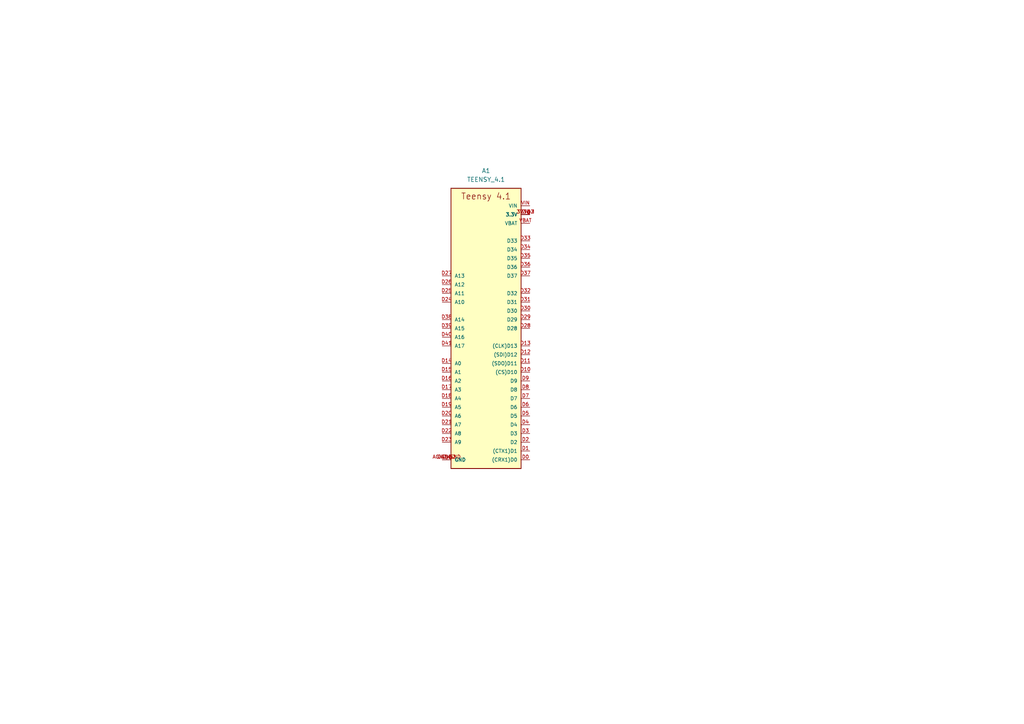
<source format=kicad_sch>
(kicad_sch (version 20250114) (generator "eeschema") (generator_version "9.0")
  (paper "A4")
  (lib_symbols
    (symbol "TEENSY_4.1:TEENSY_4.1" (pin_names (offset 1.016))
      (property "Reference" "A" (at 0 0 0))
      (property "Value" "TEENSY_4.1" (at 0 0 0))
      (symbol "TEENSY_4.1_0_0"
        (rectangle (start 0 -81.28) (end 20.32 0) (stroke (width 0.254)) (fill (type background)))
        (text "Teensy 4.1" (at 10.16 -1.27 0) (effects (font (size 1.778 1.778)) (justify top)))
        (pin bidirectional line (at -2.54 -25.4 0) (length 2.54) (name "A13") (number "D27"))
        (pin bidirectional line (at -2.54 -27.94 0) (length 2.54) (name "A12") (number "D26"))
        (pin bidirectional line (at -2.54 -30.48 0) (length 2.54) (name "A11") (number "D25"))
        (pin bidirectional line (at -2.54 -33.02 0) (length 2.54) (name "A10") (number "D24"))
        (pin bidirectional line (at -2.54 -38.1 0) (length 2.54) (name "A14") (number "D38"))
        (pin bidirectional line (at -2.54 -40.64 0) (length 2.54) (name "A15") (number "D39"))
        (pin bidirectional line (at -2.54 -43.18 0) (length 2.54) (name "A16") (number "D40"))
        (pin bidirectional line (at -2.54 -45.72 0) (length 2.54) (name "A17") (number "D41"))
        (pin bidirectional line (at -2.54 -50.8 0) (length 2.54) (name "A0") (number "D14"))
        (pin bidirectional line (at -2.54 -53.34 0) (length 2.54) (name "A1") (number "D15"))
        (pin bidirectional line (at -2.54 -55.88 0) (length 2.54) (name "A2") (number "D16"))
        (pin bidirectional line (at -2.54 -58.42 0) (length 2.54) (name "A3") (number "D17"))
        (pin bidirectional line (at -2.54 -60.96 0) (length 2.54) (name "A4") (number "D18"))
        (pin bidirectional line (at -2.54 -63.5 0) (length 2.54) (name "A5") (number "D19"))
        (pin bidirectional line (at -2.54 -66.04 0) (length 2.54) (name "A6") (number "D20"))
        (pin bidirectional line (at -2.54 -68.58 0) (length 2.54) (name "A7") (number "D21"))
        (pin bidirectional line (at -2.54 -71.12 0) (length 2.54) (name "A8") (number "D22"))
        (pin bidirectional line (at -2.54 -73.66 0) (length 2.54) (name "A9") (number "D23"))
        (pin bidirectional line (at -2.54 -78.74 0) (length 2.54) (name "GND") (number "AGND/GND"))
        (pin bidirectional line (at -2.54 -78.74 0) (length 2.54) (name "GND") (number "GND"))
        (pin bidirectional line (at -2.54 -78.74 0) (length 2.54) (name "GND") (number "GND@2"))
        (pin power_in line (at 22.86 -5.08 180) (length 2.54) (name "VIN") (number "VIN"))
        (pin power_in line (at 22.86 -7.62 180) (length 2.54) (name "3.3V") (number "3V3"))
        (pin power_in line (at 22.86 -7.62 180) (length 2.54) (name "3.3V") (number "3V3@2"))
        (pin power_in line (at 22.86 -7.62 180) (length 2.54) (name "3.3V") (number "3V3@3"))
        (pin power_in line (at 22.86 -10.16 180) (length 2.54) (name "VBAT") (number "VBAT"))
        (pin bidirectional line (at 22.86 -15.24 180) (length 2.54) (name "D33") (number "D33"))
        (pin bidirectional line (at 22.86 -17.78 180) (length 2.54) (name "D34") (number "D34"))
        (pin bidirectional line (at 22.86 -20.32 180) (length 2.54) (name "D35") (number "D35"))
        (pin bidirectional line (at 22.86 -22.86 180) (length 2.54) (name "D36") (number "D36"))
        (pin bidirectional line (at 22.86 -25.4 180) (length 2.54) (name "D37") (number "D37"))
        (pin bidirectional line (at 22.86 -30.48 180) (length 2.54) (name "D32") (number "D32"))
        (pin bidirectional line (at 22.86 -33.02 180) (length 2.54) (name "D31") (number "D31"))
        (pin bidirectional line (at 22.86 -35.56 180) (length 2.54) (name "D30") (number "D30"))
        (pin bidirectional line (at 22.86 -38.1 180) (length 2.54) (name "D29") (number "D29"))
        (pin bidirectional line (at 22.86 -40.64 180) (length 2.54) (name "D28") (number "D28"))
        (pin bidirectional line (at 22.86 -45.72 180) (length 2.54) (name "(CLK)D13") (number "D13"))
        (pin bidirectional line (at 22.86 -48.26 180) (length 2.54) (name "(SDI)D12") (number "D12"))
        (pin bidirectional line (at 22.86 -50.8 180) (length 2.54) (name "(SDO)D11") (number "D11"))
        (pin bidirectional line (at 22.86 -53.34 180) (length 2.54) (name "(CS)D10") (number "D10"))
        (pin bidirectional line (at 22.86 -55.88 180) (length 2.54) (name "D9") (number "D9"))
        (pin bidirectional line (at 22.86 -58.42 180) (length 2.54) (name "D8") (number "D8"))
        (pin bidirectional line (at 22.86 -60.96 180) (length 2.54) (name "D7") (number "D7"))
        (pin bidirectional line (at 22.86 -63.5 180) (length 2.54) (name "D6") (number "D6"))
        (pin bidirectional line (at 22.86 -66.04 180) (length 2.54) (name "D5") (number "D5"))
        (pin bidirectional line (at 22.86 -68.58 180) (length 2.54) (name "D4") (number "D4"))
        (pin bidirectional line (at 22.86 -71.12 180) (length 2.54) (name "D3") (number "D3"))
        (pin bidirectional line (at 22.86 -73.66 180) (length 2.54) (name "D2") (number "D2"))
        (pin bidirectional line (at 22.86 -76.2 180) (length 2.54) (name "(CTX1)D1") (number "D1"))
        (pin bidirectional line (at 22.86 -78.74 180) (length 2.54) (name "(CRX1)D0") (number "D0"))
      )
    )
  )
  (symbol (lib_id "TEENSY_4.1:TEENSY_4.1") (at 130.81 54.61 0) (unit 1)
    (property "Reference" "A1" (at 140.97 49.53 0))
    (property "Value" "TEENSY_4.1" (at 140.97 52.07 0))
    (property "Footprint" "TEENSY 4.1:TEENSY_LONG_EXT" (effects (hide yes)))
    (property "TEENSY" "4.1" (effects (hide yes)))
    (property "MF" "PJRC" (effects (hide yes)))
    (property "Package" "None" (effects (hide yes)))
    (property "Price" "None" (effects (hide yes)))
    (property "SnapEDA_Link" "https://www.snapeda.com/parts/Teensy%204.1/PJRC/view-part/?ref=snap" (effects (hide yes)))
    (property "MP" "Teensy 4.1" (effects (hide yes)))
    (property "Availability" "Not in stock" (effects (hide yes)))
    (property "Check_prices" "https://www.snapeda.com/parts/Teensy%204.1/PJRC/view-part/?ref=eda" (effects (hide yes)))
  )
)
</source>
